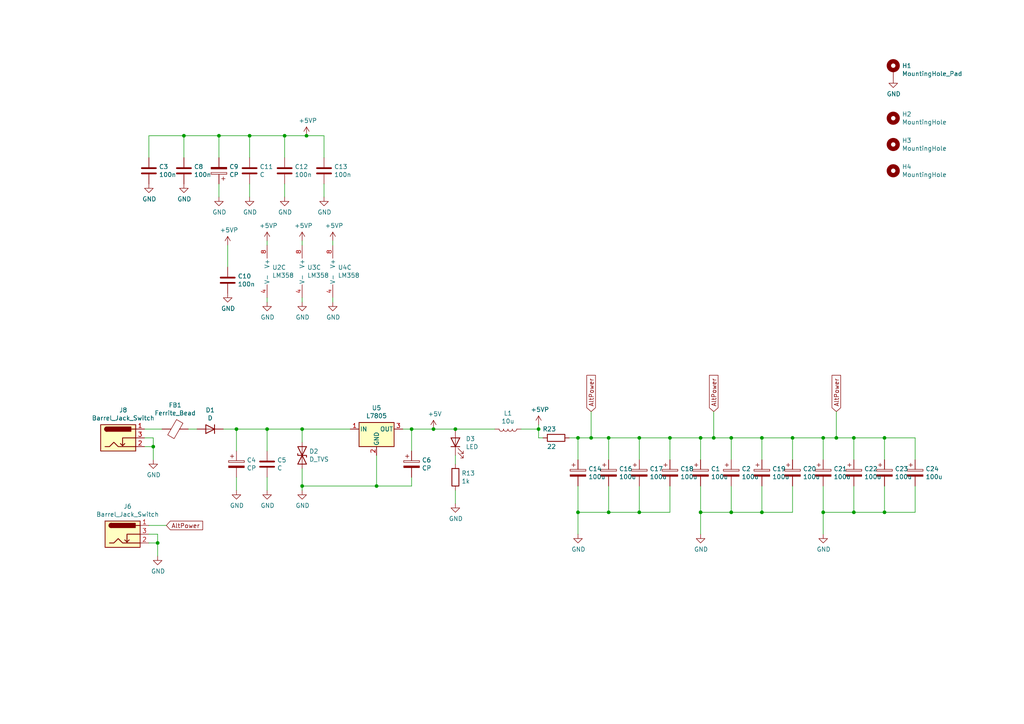
<source format=kicad_sch>
(kicad_sch (version 20211123) (generator eeschema)
  (paper "A4")
  (lib_symbols
    (symbol "Amplifier_Operational:LM358" (pin_names (offset 0.127))
      (property "Reference" "U" (at 0 5.08 0))
      (property "Value" "LM358" (at 0 -5.08 0))
      (symbol "LM358_1_1"
        (polyline (pts (xy -5.08 5.08) (xy 5.08 0) (xy -5.08 -5.08) (xy -5.08 5.08)) (stroke (width 0.254)) (fill (type background)))
        (pin output line (at 7.62 0 180) (length 2.54) (name "~") (number "1"))
        (pin input line (at -7.62 -2.54 0) (length 2.54) (name "-") (number "2"))
        (pin input line (at -7.62 2.54 0) (length 2.54) (name "+") (number "3"))
      )
      (symbol "LM358_2_1"
        (polyline (pts (xy -5.08 5.08) (xy 5.08 0) (xy -5.08 -5.08) (xy -5.08 5.08)) (stroke (width 0.254)) (fill (type background)))
        (pin input line (at -7.62 2.54 0) (length 2.54) (name "+") (number "5"))
        (pin input line (at -7.62 -2.54 0) (length 2.54) (name "-") (number "6"))
        (pin output line (at 7.62 0 180) (length 2.54) (name "~") (number "7"))
      )
      (symbol "LM358_3_1"
        (pin power_in line (at -2.54 -7.62 90) (length 3.81) (name "V-") (number "4"))
        (pin power_in line (at -2.54 7.62 270) (length 3.81) (name "V+") (number "8"))
      )
    )
    (symbol "Connector:Barrel_Jack_Switch" (pin_names hide)
      (property "Reference" "J" (at 0 5.334 0))
      (property "Value" "Barrel_Jack_Switch" (at 0 -5.08 0))
      (symbol "Barrel_Jack_Switch_0_1"
        (rectangle (start -5.08 3.81) (end 5.08 -3.81) (stroke (width 0.254)) (fill (type background)))
        (arc (start -3.302 3.175) (mid -3.937 2.54) (end -3.302 1.905) (stroke (width 0.254)))
        (arc (start -3.302 3.175) (mid -3.937 2.54) (end -3.302 1.905) (stroke (width 0.254)) (fill (type outline)))
        (polyline (pts (xy 1.27 -2.286) (xy 1.905 -1.651)) (stroke (width 0.254)))
        (polyline (pts (xy 5.08 2.54) (xy 3.81 2.54)) (stroke (width 0.254)))
        (polyline (pts (xy 5.08 0) (xy 1.27 0) (xy 1.27 -2.286) (xy 0.635 -1.651)) (stroke (width 0.254)))
        (polyline (pts (xy -3.81 -2.54) (xy -2.54 -2.54) (xy -1.27 -1.27) (xy 0 -2.54) (xy 2.54 -2.54) (xy 5.08 -2.54)) (stroke (width 0.254)))
        (rectangle (start 3.683 3.175) (end -3.302 1.905) (stroke (width 0.254)) (fill (type outline)))
      )
      (symbol "Barrel_Jack_Switch_1_1"
        (pin passive line (at 7.62 2.54 180) (length 2.54) (name "~") (number "1"))
        (pin passive line (at 7.62 -2.54 180) (length 2.54) (name "~") (number "2"))
        (pin passive line (at 7.62 0 180) (length 2.54) (name "~") (number "3"))
      )
    )
    (symbol "Device:C" (pin_numbers hide) (pin_names (offset 0.254))
      (property "Reference" "C" (at 0.635 2.54 0))
      (property "Value" "C" (at 0.635 -2.54 0))
      (symbol "C_0_1"
        (polyline (pts (xy -2.032 -0.762) (xy 2.032 -0.762)) (stroke (width 0.508)))
        (polyline (pts (xy -2.032 0.762) (xy 2.032 0.762)) (stroke (width 0.508)))
      )
      (symbol "C_1_1"
        (pin passive line (at 0 3.81 270) (length 2.794) (name "~") (number "1"))
        (pin passive line (at 0 -3.81 90) (length 2.794) (name "~") (number "2"))
      )
    )
    (symbol "Device:CP" (pin_numbers hide) (pin_names (offset 0.254))
      (property "Reference" "C" (at 0.635 2.54 0))
      (property "Value" "Device_CP" (at 0.635 -2.54 0))
      (symbol "CP_0_1"
        (rectangle (start -2.286 0.508) (end 2.286 1.016))
        (polyline (pts (xy -1.778 2.286) (xy -0.762 2.286)))
        (polyline (pts (xy -1.27 2.794) (xy -1.27 1.778)))
        (rectangle (start 2.286 -0.508) (end -2.286 -1.016) (fill (type outline)))
      )
      (symbol "CP_1_1"
        (pin passive line (at 0 3.81 270) (length 2.794) (name "~") (number "1"))
        (pin passive line (at 0 -3.81 90) (length 2.794) (name "~") (number "2"))
      )
    )
    (symbol "Device:D" (pin_numbers hide) (pin_names (offset 1.016) hide)
      (property "Reference" "D" (at 0 2.54 0))
      (property "Value" "D" (at 0 -2.54 0))
      (symbol "D_0_1"
        (polyline (pts (xy -1.27 1.27) (xy -1.27 -1.27)) (stroke (width 0.254)))
        (polyline (pts (xy 1.27 0) (xy -1.27 0)))
        (polyline (pts (xy 1.27 1.27) (xy 1.27 -1.27) (xy -1.27 0) (xy 1.27 1.27)) (stroke (width 0.254)))
      )
      (symbol "D_1_1"
        (pin passive line (at -3.81 0 0) (length 2.54) (name "K") (number "1"))
        (pin passive line (at 3.81 0 180) (length 2.54) (name "A") (number "2"))
      )
    )
    (symbol "Device:D_TVS" (pin_numbers hide) (pin_names (offset 1.016) hide)
      (property "Reference" "D" (at 0 2.54 0))
      (property "Value" "D_TVS" (at 0 -2.54 0))
      (symbol "D_TVS_0_1"
        (polyline (pts (xy 1.27 0) (xy -1.27 0)))
        (polyline (pts (xy 0.508 1.27) (xy 0 1.27) (xy 0 -1.27) (xy -0.508 -1.27)) (stroke (width 0.254)))
        (polyline (pts (xy -2.54 1.27) (xy -2.54 -1.27) (xy 2.54 1.27) (xy 2.54 -1.27) (xy -2.54 1.27)) (stroke (width 0.254)))
      )
      (symbol "D_TVS_1_1"
        (pin passive line (at -3.81 0 0) (length 2.54) (name "A1") (number "1"))
        (pin passive line (at 3.81 0 180) (length 2.54) (name "A2") (number "2"))
      )
    )
    (symbol "Device:Ferrite_Bead" (pin_numbers hide) (pin_names (offset 0))
      (property "Reference" "FB" (at -3.81 0.635 90))
      (property "Value" "Device_Ferrite_Bead" (at 3.81 0 90))
      (symbol "Ferrite_Bead_0_1"
        (polyline (pts (xy 0 -1.27) (xy 0 -1.2192)))
        (polyline (pts (xy 0 1.27) (xy 0 1.2954)))
        (polyline (pts (xy -2.7686 0.4064) (xy -1.7018 2.2606) (xy 2.7686 -0.3048) (xy 1.6764 -2.159) (xy -2.7686 0.4064)))
      )
      (symbol "Ferrite_Bead_1_1"
        (pin passive line (at 0 3.81 270) (length 2.54) (name "~") (number "1"))
        (pin passive line (at 0 -3.81 90) (length 2.54) (name "~") (number "2"))
      )
    )
    (symbol "Device:L" (pin_numbers hide) (pin_names (offset 1.016) hide)
      (property "Reference" "L" (at -1.27 0 90))
      (property "Value" "L" (at 1.905 0 90))
      (symbol "L_0_1"
        (arc (start 0 -2.54) (mid 0.635 -1.905) (end 0 -1.27))
        (arc (start 0 -1.27) (mid 0.635 -0.635) (end 0 0))
        (arc (start 0 0) (mid 0.635 0.635) (end 0 1.27))
        (arc (start 0 1.27) (mid 0.635 1.905) (end 0 2.54))
      )
      (symbol "L_1_1"
        (pin passive line (at 0 3.81 270) (length 1.27) (name "1") (number "1"))
        (pin passive line (at 0 -3.81 90) (length 1.27) (name "2") (number "2"))
      )
    )
    (symbol "Device:LED" (pin_numbers hide) (pin_names (offset 1.016) hide)
      (property "Reference" "D" (at 0 2.54 0))
      (property "Value" "LED" (at 0 -2.54 0))
      (symbol "LED_0_1"
        (polyline (pts (xy -1.27 -1.27) (xy -1.27 1.27)) (stroke (width 0.254)))
        (polyline (pts (xy -1.27 0) (xy 1.27 0)))
        (polyline (pts (xy 1.27 -1.27) (xy 1.27 1.27) (xy -1.27 0) (xy 1.27 -1.27)) (stroke (width 0.254)))
        (polyline (pts (xy -3.048 -0.762) (xy -4.572 -2.286) (xy -3.81 -2.286) (xy -4.572 -2.286) (xy -4.572 -1.524)))
        (polyline (pts (xy -1.778 -0.762) (xy -3.302 -2.286) (xy -2.54 -2.286) (xy -3.302 -2.286) (xy -3.302 -1.524)))
      )
      (symbol "LED_1_1"
        (pin passive line (at -3.81 0 0) (length 2.54) (name "K") (number "1"))
        (pin passive line (at 3.81 0 180) (length 2.54) (name "A") (number "2"))
      )
    )
    (symbol "Device:R" (pin_numbers hide) (pin_names (offset 0))
      (property "Reference" "R" (at 2.032 0 90))
      (property "Value" "R" (at 0 0 90))
      (symbol "R_0_1"
        (rectangle (start -1.016 -2.54) (end 1.016 2.54) (stroke (width 0.254)))
      )
      (symbol "R_1_1"
        (pin passive line (at 0 3.81 270) (length 1.27) (name "~") (number "1"))
        (pin passive line (at 0 -3.81 90) (length 1.27) (name "~") (number "2"))
      )
    )
    (symbol "Mechanical:MountingHole" (pin_names (offset 1.016))
      (property "Reference" "H" (at 0 5.08 0))
      (property "Value" "MountingHole" (at 0 3.175 0))
      (symbol "MountingHole_0_1"
        (circle (center 0 0) (radius 1.27) (stroke (width 1.27)))
      )
    )
    (symbol "Mechanical:MountingHole_Pad" (pin_numbers hide) (pin_names (offset 1.016) hide)
      (property "Reference" "H" (at 0 6.35 0))
      (property "Value" "MountingHole_Pad" (at 0 4.445 0))
      (symbol "MountingHole_Pad_0_1"
        (circle (center 0 1.27) (radius 1.27) (stroke (width 1.27)))
      )
      (symbol "MountingHole_Pad_1_1"
        (pin input line (at 0 -2.54 90) (length 2.54) (name "1") (number "1"))
      )
    )
    (symbol "Regulator_Linear:L7805" (pin_names (offset 0.254))
      (property "Reference" "U" (at -3.81 3.175 0))
      (property "Value" "L7805" (at 0 3.175 0))
      (symbol "L7805_0_1"
        (rectangle (start -5.08 1.905) (end 5.08 -5.08) (stroke (width 0.254)) (fill (type background)))
      )
      (symbol "L7805_1_1"
        (pin power_in line (at -7.62 0 0) (length 2.54) (name "IN") (number "1"))
        (pin power_in line (at 0 -7.62 90) (length 2.54) (name "GND") (number "2"))
        (pin power_out line (at 7.62 0 180) (length 2.54) (name "OUT") (number "3"))
      )
    )
    (symbol "power:+5V" (power) (pin_names (offset 0))
      (property "Value" "+5V" (at 0 3.556 0))
      (symbol "+5V_0_1"
        (polyline (pts (xy -0.762 1.27) (xy 0 2.54)))
        (polyline (pts (xy 0 0) (xy 0 2.54)))
        (polyline (pts (xy 0 2.54) (xy 0.762 1.27)))
      )
      (symbol "+5V_1_1"
        (pin power_in line (at 0 0 90) (length 0) hide (name "+5V") (number "1"))
      )
    )
    (symbol "power:+5VP" (power) (pin_names (offset 0))
      (property "Value" "+5VP" (at 0 3.556 0))
      (symbol "+5VP_0_1"
        (polyline (pts (xy -0.762 1.27) (xy 0 2.54)))
        (polyline (pts (xy 0 0) (xy 0 2.54)))
        (polyline (pts (xy 0 2.54) (xy 0.762 1.27)))
      )
      (symbol "+5VP_1_1"
        (pin power_in line (at 0 0 90) (length 0) hide (name "+5VP") (number "1"))
      )
    )
    (symbol "power:GND" (power) (pin_names (offset 0))
      (property "Value" "GND" (at 0 -3.81 0))
      (symbol "GND_0_1"
        (polyline (pts (xy 0 0) (xy 0 -1.27) (xy 1.27 -1.27) (xy 0 -2.54) (xy -1.27 -1.27) (xy 0 -1.27)))
      )
      (symbol "GND_1_1"
        (pin power_in line (at 0 0 270) (length 0) hide (name "GND") (number "1"))
      )
    )
  )
  (junction (at 167.64 127))
  (junction (at 194.31 127))
  (junction (at 119.38 124.46))
  (junction (at 132.08 124.46))
  (junction (at 44.45 129.54))
  (junction (at 45.72 157.48))
  (junction (at 53.34 39.37))
  (junction (at 109.22 140.97))
  (junction (at 68.58 124.46))
  (junction (at 167.64 148.59))
  (junction (at 203.2 127))
  (junction (at 87.63 124.46))
  (junction (at 176.53 127))
  (junction (at 82.55 39.37))
  (junction (at 176.53 148.59))
  (junction (at 185.42 148.59))
  (junction (at 212.09 148.59))
  (junction (at 88.9 39.37))
  (junction (at 220.98 127))
  (junction (at 256.54 127))
  (junction (at 72.39 39.37))
  (junction (at 207.01 127))
  (junction (at 203.2 148.59))
  (junction (at 212.09 127))
  (junction (at 220.98 148.59))
  (junction (at 242.57 127))
  (junction (at 77.47 124.46))
  (junction (at 256.54 148.59))
  (junction (at 87.63 140.97))
  (junction (at 238.76 127))
  (junction (at 185.42 127))
  (junction (at 247.65 148.59))
  (junction (at 229.87 127))
  (junction (at 156.21 124.46))
  (junction (at 125.73 124.46))
  (junction (at 63.5 39.37))
  (junction (at 171.45 127))
  (junction (at 247.65 127))
  (junction (at 238.76 148.59))
  (wire (pts (xy 119.38 140.97) (xy 119.38 138.43)))
  (wire (pts (xy 116.84 124.46) (xy 119.38 124.46)))
  (wire (pts (xy 87.63 69.85) (xy 87.63 71.12)))
  (wire (pts (xy 212.09 148.59) (xy 203.2 148.59)))
  (wire (pts (xy 132.08 134.62) (xy 132.08 132.08)))
  (wire (pts (xy 156.21 127) (xy 156.21 124.46)))
  (wire (pts (xy 256.54 127) (xy 265.43 127)))
  (wire (pts (xy 256.54 148.59) (xy 247.65 148.59)))
  (wire (pts (xy 229.87 140.97) (xy 229.87 148.59)))
  (wire (pts (xy 68.58 124.46) (xy 68.58 130.81)))
  (wire (pts (xy 203.2 127) (xy 203.2 133.35)))
  (wire (pts (xy 229.87 127) (xy 229.87 133.35)))
  (wire (pts (xy 185.42 148.59) (xy 194.31 148.59)))
  (wire (pts (xy 203.2 140.97) (xy 203.2 148.59)))
  (wire (pts (xy 207.01 127) (xy 212.09 127)))
  (wire (pts (xy 53.34 39.37) (xy 53.34 45.72)))
  (wire (pts (xy 45.72 157.48) (xy 45.72 161.29)))
  (wire (pts (xy 132.08 124.46) (xy 143.51 124.46)))
  (wire (pts (xy 167.64 148.59) (xy 167.64 154.94)))
  (wire (pts (xy 132.08 142.24) (xy 132.08 146.05)))
  (wire (pts (xy 82.55 57.15) (xy 82.55 53.34)))
  (wire (pts (xy 247.65 127) (xy 256.54 127)))
  (wire (pts (xy 63.5 39.37) (xy 63.5 45.72)))
  (wire (pts (xy 176.53 148.59) (xy 167.64 148.59)))
  (wire (pts (xy 203.2 148.59) (xy 203.2 154.94)))
  (wire (pts (xy 77.47 142.24) (xy 77.47 138.43)))
  (wire (pts (xy 101.6 124.46) (xy 87.63 124.46)))
  (wire (pts (xy 194.31 127) (xy 194.31 133.35)))
  (wire (pts (xy 88.9 39.37) (xy 93.98 39.37)))
  (wire (pts (xy 72.39 39.37) (xy 72.39 45.72)))
  (wire (pts (xy 63.5 39.37) (xy 72.39 39.37)))
  (wire (pts (xy 265.43 140.97) (xy 265.43 148.59)))
  (wire (pts (xy 77.47 124.46) (xy 77.47 130.81)))
  (wire (pts (xy 212.09 127) (xy 220.98 127)))
  (wire (pts (xy 207.01 119.38) (xy 207.01 127)))
  (wire (pts (xy 41.91 124.46) (xy 46.99 124.46)))
  (wire (pts (xy 207.01 127) (xy 203.2 127)))
  (wire (pts (xy 185.42 127) (xy 194.31 127)))
  (wire (pts (xy 72.39 39.37) (xy 82.55 39.37)))
  (wire (pts (xy 132.08 124.46) (xy 125.73 124.46)))
  (wire (pts (xy 220.98 148.59) (xy 229.87 148.59)))
  (wire (pts (xy 54.61 124.46) (xy 57.15 124.46)))
  (wire (pts (xy 43.18 39.37) (xy 43.18 45.72)))
  (wire (pts (xy 109.22 140.97) (xy 119.38 140.97)))
  (wire (pts (xy 93.98 57.15) (xy 93.98 53.34)))
  (wire (pts (xy 176.53 127) (xy 176.53 133.35)))
  (wire (pts (xy 41.91 129.54) (xy 44.45 129.54)))
  (wire (pts (xy 96.52 69.85) (xy 96.52 71.12)))
  (wire (pts (xy 171.45 127) (xy 176.53 127)))
  (wire (pts (xy 87.63 140.97) (xy 109.22 140.97)))
  (wire (pts (xy 82.55 45.72) (xy 82.55 39.37)))
  (wire (pts (xy 43.18 157.48) (xy 45.72 157.48)))
  (wire (pts (xy 66.04 71.12) (xy 66.04 77.47)))
  (wire (pts (xy 247.65 148.59) (xy 238.76 148.59)))
  (wire (pts (xy 43.18 154.94) (xy 45.72 154.94)))
  (wire (pts (xy 212.09 140.97) (xy 212.09 148.59)))
  (wire (pts (xy 256.54 148.59) (xy 265.43 148.59)))
  (wire (pts (xy 229.87 127) (xy 238.76 127)))
  (wire (pts (xy 242.57 127) (xy 247.65 127)))
  (wire (pts (xy 176.53 127) (xy 185.42 127)))
  (wire (pts (xy 44.45 127) (xy 44.45 129.54)))
  (wire (pts (xy 176.53 140.97) (xy 176.53 148.59)))
  (wire (pts (xy 194.31 140.97) (xy 194.31 148.59)))
  (wire (pts (xy 53.34 39.37) (xy 43.18 39.37)))
  (wire (pts (xy 68.58 124.46) (xy 77.47 124.46)))
  (wire (pts (xy 171.45 119.38) (xy 171.45 127)))
  (wire (pts (xy 194.31 127) (xy 203.2 127)))
  (wire (pts (xy 242.57 119.38) (xy 242.57 127)))
  (wire (pts (xy 157.48 127) (xy 156.21 127)))
  (wire (pts (xy 242.57 127) (xy 238.76 127)))
  (wire (pts (xy 171.45 127) (xy 167.64 127)))
  (wire (pts (xy 238.76 148.59) (xy 238.76 154.94)))
  (wire (pts (xy 247.65 127) (xy 247.65 133.35)))
  (wire (pts (xy 109.22 140.97) (xy 109.22 132.08)))
  (wire (pts (xy 63.5 57.15) (xy 63.5 53.34)))
  (wire (pts (xy 125.73 124.46) (xy 119.38 124.46)))
  (wire (pts (xy 156.21 124.46) (xy 156.21 123.19)))
  (wire (pts (xy 72.39 57.15) (xy 72.39 53.34)))
  (wire (pts (xy 238.76 140.97) (xy 238.76 148.59)))
  (wire (pts (xy 77.47 124.46) (xy 87.63 124.46)))
  (wire (pts (xy 119.38 124.46) (xy 119.38 130.81)))
  (wire (pts (xy 93.98 39.37) (xy 93.98 45.72)))
  (wire (pts (xy 44.45 129.54) (xy 44.45 133.35)))
  (wire (pts (xy 265.43 127) (xy 265.43 133.35)))
  (wire (pts (xy 82.55 39.37) (xy 88.9 39.37)))
  (wire (pts (xy 77.47 86.36) (xy 77.47 87.63)))
  (wire (pts (xy 238.76 127) (xy 238.76 133.35)))
  (wire (pts (xy 167.64 140.97) (xy 167.64 148.59)))
  (wire (pts (xy 256.54 127) (xy 256.54 133.35)))
  (wire (pts (xy 87.63 140.97) (xy 87.63 135.89)))
  (wire (pts (xy 220.98 148.59) (xy 212.09 148.59)))
  (wire (pts (xy 165.1 127) (xy 167.64 127)))
  (wire (pts (xy 87.63 124.46) (xy 87.63 128.27)))
  (wire (pts (xy 77.47 69.85) (xy 77.47 71.12)))
  (wire (pts (xy 247.65 140.97) (xy 247.65 148.59)))
  (wire (pts (xy 220.98 140.97) (xy 220.98 148.59)))
  (wire (pts (xy 167.64 127) (xy 167.64 133.35)))
  (wire (pts (xy 87.63 86.36) (xy 87.63 87.63)))
  (wire (pts (xy 43.18 152.4) (xy 48.26 152.4)))
  (wire (pts (xy 185.42 140.97) (xy 185.42 148.59)))
  (wire (pts (xy 41.91 127) (xy 44.45 127)))
  (wire (pts (xy 68.58 142.24) (xy 68.58 138.43)))
  (wire (pts (xy 96.52 86.36) (xy 96.52 87.63)))
  (wire (pts (xy 185.42 127) (xy 185.42 133.35)))
  (wire (pts (xy 185.42 148.59) (xy 176.53 148.59)))
  (wire (pts (xy 87.63 142.24) (xy 87.63 140.97)))
  (wire (pts (xy 151.13 124.46) (xy 156.21 124.46)))
  (wire (pts (xy 64.77 124.46) (xy 68.58 124.46)))
  (wire (pts (xy 220.98 127) (xy 220.98 133.35)))
  (wire (pts (xy 220.98 127) (xy 229.87 127)))
  (wire (pts (xy 45.72 154.94) (xy 45.72 157.48)))
  (wire (pts (xy 212.09 127) (xy 212.09 133.35)))
  (wire (pts (xy 63.5 39.37) (xy 53.34 39.37)))
  (wire (pts (xy 256.54 140.97) (xy 256.54 148.59)))
  (global_label "AltPower" (shape input) (at 171.45 119.38 90) (property "Intersheet References" "${INTERSHEET_REFS}" (effects hide)))
  (global_label "AltPower" (shape input) (at 48.26 152.4 0) (property "Intersheet References" "${INTERSHEET_REFS}" (effects hide)))
  (global_label "AltPower" (shape input) (at 207.01 119.38 90) (property "Intersheet References" "${INTERSHEET_REFS}" (effects hide)))
  (global_label "AltPower" (shape input) (at 242.57 119.38 90) (property "Intersheet References" "${INTERSHEET_REFS}" (effects hide)))
  (symbol (lib_id "Device:C") (at 72.39 49.53 0) (unit 1)
    (property "Reference" "C11" (at 75.311 48.3616 0) (effects (justify left)))
    (property "Value" "C" (at 75.311 50.673 0) (effects (justify left)))
    (property "Footprint" "Capacitor_SMD:C_0805_2012Metric" (effects hide))
  )
  (symbol (lib_id "Device:CP") (at 63.5 49.53 180) (unit 1)
    (property "Reference" "C9" (at 66.4972 48.3616 0) (effects (justify right)))
    (property "Value" "CP" (at 66.4972 50.673 0) (effects (justify right)))
    (property "Footprint" "Capacitor_THT:CP_Radial_D8.0mm_P5.00mm" (effects hide))
  )
  (symbol (lib_id "power:GND") (at 63.5 57.15 0) (unit 1)
    (property "Reference" "#PWR0107" (effects hide))
    (property "Value" "GND" (at 63.627 61.5442 0))
  )
  (symbol (lib_id "power:GND") (at 72.39 57.15 0) (unit 1)
    (property "Reference" "#PWR0115" (effects hide))
    (property "Value" "GND" (at 72.517 61.5442 0))
  )
  (symbol (lib_id "power:+5VP") (at 88.9 39.37 0) (unit 1)
    (property "Reference" "#PWR0116" (effects hide))
    (property "Value" "+5VP" (at 89.281 34.9758 0))
  )
  (symbol (lib_id "Device:C") (at 93.98 49.53 0) (unit 1)
    (property "Reference" "C13" (at 96.901 48.3616 0) (effects (justify left)))
    (property "Value" "100n" (at 96.901 50.673 0) (effects (justify left)))
    (property "Footprint" "Capacitor_SMD:C_0805_2012Metric" (effects hide))
  )
  (symbol (lib_id "power:GND") (at 93.98 57.15 0) (unit 1)
    (property "Reference" "#PWR0117" (effects hide))
    (property "Value" "GND" (at 94.107 61.5442 0))
  )
  (symbol (lib_id "Device:C") (at 82.55 49.53 0) (unit 1)
    (property "Reference" "C12" (at 85.471 48.3616 0) (effects (justify left)))
    (property "Value" "100n" (at 85.471 50.673 0) (effects (justify left)))
    (property "Footprint" "Capacitor_SMD:C_0805_2012Metric" (effects hide))
  )
  (symbol (lib_id "power:GND") (at 82.55 57.15 0) (unit 1)
    (property "Reference" "#PWR0118" (effects hide))
    (property "Value" "GND" (at 82.677 61.5442 0))
  )
  (symbol (lib_id "Amplifier_Operational:LM358") (at 80.01 78.74 0) (unit 3)
    (property "Reference" "U2" (at 78.9432 77.5716 0) (effects (justify left)))
    (property "Value" "LM358" (at 78.9432 79.883 0) (effects (justify left)))
    (property "Footprint" "Package_SO:SO-8_3.9x4.9mm_P1.27mm" (effects hide))
    (property "Datasheet" "http://www.ti.com/lit/ds/symlink/lm2904-n.pdf" (effects hide))
  )
  (symbol (lib_id "power:+5VP") (at 77.47 69.85 0) (unit 1)
    (property "Reference" "#PWR0124" (effects hide))
    (property "Value" "+5VP" (at 77.851 65.4558 0))
  )
  (symbol (lib_id "Device:C") (at 53.34 49.53 0) (unit 1)
    (property "Reference" "C8" (at 56.261 48.3616 0) (effects (justify left)))
    (property "Value" "100n" (at 56.261 50.673 0) (effects (justify left)))
    (property "Footprint" "Capacitor_SMD:C_0805_2012Metric" (effects hide))
  )
  (symbol (lib_id "power:GND") (at 53.34 53.34 0) (unit 1)
    (property "Reference" "#PWR0129" (effects hide))
    (property "Value" "GND" (at 53.467 57.7342 0))
  )
  (symbol (lib_id "Amplifier_Operational:LM358") (at 99.06 78.74 0) (unit 3)
    (property "Reference" "U4" (at 97.9932 77.5716 0) (effects (justify left)))
    (property "Value" "LM358" (at 97.9932 79.883 0) (effects (justify left)))
    (property "Footprint" "Package_SO:SO-8_3.9x4.9mm_P1.27mm" (effects hide))
    (property "Datasheet" "http://www.ti.com/lit/ds/symlink/lm2904-n.pdf" (effects hide))
  )
  (symbol (lib_id "power:+5VP") (at 96.52 69.85 0) (unit 1)
    (property "Reference" "#PWR0133" (effects hide))
    (property "Value" "+5VP" (at 96.901 65.4558 0))
  )
  (symbol (lib_id "Device:C") (at 43.18 49.53 0) (unit 1)
    (property "Reference" "C3" (at 46.101 48.3616 0) (effects (justify left)))
    (property "Value" "100n" (at 46.101 50.673 0) (effects (justify left)))
    (property "Footprint" "Capacitor_SMD:C_0805_2012Metric" (effects hide))
  )
  (symbol (lib_id "power:GND") (at 43.18 53.34 0) (unit 1)
    (property "Reference" "#PWR0134" (effects hide))
    (property "Value" "GND" (at 43.307 57.7342 0))
  )
  (symbol (lib_id "Amplifier_Operational:LM358") (at 90.17 78.74 0) (unit 3)
    (property "Reference" "U3" (at 89.1032 77.5716 0) (effects (justify left)))
    (property "Value" "LM358" (at 89.1032 79.883 0) (effects (justify left)))
    (property "Footprint" "Package_SO:SO-8_3.9x4.9mm_P1.27mm" (effects hide))
    (property "Datasheet" "http://www.ti.com/lit/ds/symlink/lm2904-n.pdf" (effects hide))
  )
  (symbol (lib_id "power:+5VP") (at 87.63 69.85 0) (unit 1)
    (property "Reference" "#PWR0135" (effects hide))
    (property "Value" "+5VP" (at 88.011 65.4558 0))
  )
  (symbol (lib_id "Device:C") (at 66.04 81.28 0) (unit 1)
    (property "Reference" "C10" (at 68.961 80.1116 0) (effects (justify left)))
    (property "Value" "100n" (at 68.961 82.423 0) (effects (justify left)))
    (property "Footprint" "Capacitor_SMD:C_0805_2012Metric" (effects hide))
  )
  (symbol (lib_id "power:GND") (at 66.04 85.09 0) (unit 1)
    (property "Reference" "#PWR0136" (effects hide))
    (property "Value" "GND" (at 66.167 89.4842 0))
  )
  (symbol (lib_id "power:GND") (at 87.63 87.63 0) (unit 1)
    (property "Reference" "#PWR0139" (effects hide))
    (property "Value" "GND" (at 87.757 92.0242 0))
  )
  (symbol (lib_id "power:GND") (at 96.52 87.63 0) (unit 1)
    (property "Reference" "#PWR0140" (effects hide))
    (property "Value" "GND" (at 96.647 92.0242 0))
  )
  (symbol (lib_id "power:GND") (at 77.47 87.63 0) (unit 1)
    (property "Reference" "#PWR0142" (effects hide))
    (property "Value" "GND" (at 77.597 92.0242 0))
  )
  (symbol (lib_id "power:+5VP") (at 66.04 71.12 0) (unit 1)
    (property "Reference" "#PWR0143" (effects hide))
    (property "Value" "+5VP" (at 66.421 66.7258 0))
  )
  (symbol (lib_id "Connector:Barrel_Jack_Switch") (at 34.29 127 0) (unit 1)
    (property "Reference" "J8" (at 35.7378 118.9482 0))
    (property "Value" "Barrel_Jack_Switch" (at 35.7378 121.2596 0))
    (property "Footprint" "Connector_BarrelJack:BarrelJack_Horizontal" (effects hide))
  )
  (symbol (lib_id "Device:Ferrite_Bead") (at 50.8 124.46 270) (unit 1)
    (property "Reference" "FB1" (at 50.8 117.5004 90))
    (property "Value" "Ferrite_Bead" (at 50.8 119.8118 90))
    (property "Footprint" "Resistor_SMD:R_0805_2012Metric" (effects hide))
  )
  (symbol (lib_id "power:GND") (at 44.45 133.35 0) (unit 1)
    (property "Reference" "#PWR0144" (effects hide))
    (property "Value" "GND" (at 44.577 137.7442 0))
  )
  (symbol (lib_id "Device:C") (at 77.47 134.62 0) (unit 1)
    (property "Reference" "C5" (at 80.391 133.4516 0) (effects (justify left)))
    (property "Value" "C" (at 80.391 135.763 0) (effects (justify left)))
    (property "Footprint" "Capacitor_SMD:C_0805_2012Metric" (effects hide))
  )
  (symbol (lib_id "Device:CP") (at 68.58 134.62 0) (unit 1)
    (property "Reference" "C4" (at 71.5772 133.4516 0) (effects (justify left)))
    (property "Value" "CP" (at 71.5772 135.763 0) (effects (justify left)))
    (property "Footprint" "Capacitor_THT:CP_Radial_D5.0mm_P2.50mm" (effects hide))
  )
  (symbol (lib_id "Device:D") (at 60.96 124.46 180) (unit 1)
    (property "Reference" "D1" (at 60.96 118.9482 0))
    (property "Value" "D" (at 60.96 121.2596 0))
    (property "Footprint" "Diode_SMD:D_SMA" (effects hide))
  )
  (symbol (lib_id "Device:D_TVS") (at 87.63 132.08 270) (unit 1)
    (property "Reference" "D2" (at 89.662 130.9116 90) (effects (justify left)))
    (property "Value" "D_TVS" (at 89.662 133.223 90) (effects (justify left)))
    (property "Footprint" "Diode_SMD:D_SMA" (effects hide))
  )
  (symbol (lib_id "power:GND") (at 68.58 142.24 0) (unit 1)
    (property "Reference" "#PWR0145" (effects hide))
    (property "Value" "GND" (at 68.707 146.6342 0))
  )
  (symbol (lib_id "power:GND") (at 77.47 142.24 0) (unit 1)
    (property "Reference" "#PWR0146" (effects hide))
    (property "Value" "GND" (at 77.597 146.6342 0))
  )
  (symbol (lib_id "power:GND") (at 87.63 142.24 0) (unit 1)
    (property "Reference" "#PWR0147" (effects hide))
    (property "Value" "GND" (at 87.757 146.6342 0))
  )
  (symbol (lib_id "Regulator_Linear:L7805") (at 109.22 124.46 0) (unit 1)
    (property "Reference" "U5" (at 109.22 118.3132 0))
    (property "Value" "L7805" (at 109.22 120.6246 0))
    (property "Footprint" "Package_TO_SOT_THT:TO-220-3_Vertical" (effects hide))
    (property "Datasheet" "http://www.st.com/content/ccc/resource/technical/document/datasheet/41/4f/b3/b0/12/d4/47/88/CD00000444.pdf/files/CD00000444.pdf/jcr:content/translations/en.CD00000444.pdf" (effects hide))
  )
  (symbol (lib_id "Device:CP") (at 119.38 134.62 0) (unit 1)
    (property "Reference" "C6" (at 122.3772 133.4516 0) (effects (justify left)))
    (property "Value" "CP" (at 122.3772 135.763 0) (effects (justify left)))
    (property "Footprint" "Capacitor_THT:CP_Radial_D5.0mm_P2.50mm" (effects hide))
  )
  (symbol (lib_id "Device:LED") (at 132.08 128.27 90) (unit 1)
    (property "Reference" "D3" (at 135.0772 127.2794 90) (effects (justify right)))
    (property "Value" "LED" (at 135.0772 129.5908 90) (effects (justify right)))
    (property "Footprint" "LED_SMD:LED_1206_3216Metric" (effects hide))
  )
  (symbol (lib_id "Device:R") (at 132.08 138.43 0) (unit 1)
    (property "Reference" "R13" (at 133.858 137.2616 0) (effects (justify left)))
    (property "Value" "1k" (at 133.858 139.573 0) (effects (justify left)))
    (property "Footprint" "Resistor_SMD:R_1206_3216Metric" (effects hide))
  )
  (symbol (lib_id "power:GND") (at 132.08 146.05 0) (unit 1)
    (property "Reference" "#PWR0150" (effects hide))
    (property "Value" "GND" (at 132.207 150.4442 0))
  )
  (symbol (lib_id "power:+5V") (at 125.73 124.46 0) (unit 1)
    (property "Reference" "#PWR0152" (effects hide))
    (property "Value" "+5V" (at 126.111 120.0658 0))
  )
  (symbol (lib_id "power:+5VP") (at 156.21 123.19 0) (unit 1)
    (property "Reference" "#PWR0153" (effects hide))
    (property "Value" "+5VP" (at 156.591 118.7958 0))
  )
  (symbol (lib_id "Device:L") (at 147.32 124.46 270) (unit 1)
    (property "Reference" "L1" (at 147.32 119.8626 90))
    (property "Value" "10u" (at 147.32 122.174 90))
    (property "Footprint" "Inductor_SMD:L_Taiyo-Yuden_NR-60xx_HandSoldering" (effects hide))
  )
  (symbol (lib_id "Connector:Barrel_Jack_Switch") (at 35.56 154.94 0) (unit 1)
    (property "Reference" "J6" (at 37.0078 146.8882 0))
    (property "Value" "Barrel_Jack_Switch" (at 37.0078 149.1996 0))
    (property "Footprint" "Connector_BarrelJack:BarrelJack_Horizontal" (effects hide))
  )
  (symbol (lib_id "power:GND") (at 45.72 161.29 0) (unit 1)
    (property "Reference" "#PWR0154" (effects hide))
    (property "Value" "GND" (at 45.847 165.6842 0))
  )
  (symbol (lib_id "Device:CP") (at 265.43 137.16 0) (unit 1)
    (property "Reference" "C24" (at 268.4272 135.9916 0) (effects (justify left)))
    (property "Value" "100u" (at 268.4272 138.303 0) (effects (justify left)))
    (property "Footprint" "Capacitor_THT:CP_Radial_D8.0mm_P5.00mm" (effects hide))
  )
  (symbol (lib_id "power:GND") (at 167.64 154.94 0) (unit 1)
    (property "Reference" "#PWR0161" (effects hide))
    (property "Value" "GND" (at 167.767 159.3342 0))
  )
  (symbol (lib_id "Device:CP") (at 220.98 137.16 0) (unit 1)
    (property "Reference" "C19" (at 223.9772 135.9916 0) (effects (justify left)))
    (property "Value" "100u" (at 223.9772 138.303 0) (effects (justify left)))
    (property "Footprint" "Capacitor_THT:CP_Radial_D8.0mm_P5.00mm" (effects hide))
  )
  (symbol (lib_id "Device:CP") (at 229.87 137.16 0) (unit 1)
    (property "Reference" "C20" (at 232.8672 135.9916 0) (effects (justify left)))
    (property "Value" "100u" (at 232.8672 138.303 0) (effects (justify left)))
    (property "Footprint" "Capacitor_THT:CP_Radial_D8.0mm_P5.00mm" (effects hide))
  )
  (symbol (lib_id "power:GND") (at 238.76 154.94 0) (unit 1)
    (property "Reference" "#PWR0101" (effects hide))
    (property "Value" "GND" (at 238.887 159.3342 0))
  )
  (symbol (lib_id "Device:CP") (at 256.54 137.16 0) (unit 1)
    (property "Reference" "C23" (at 259.5372 135.9916 0) (effects (justify left)))
    (property "Value" "100u" (at 259.5372 138.303 0) (effects (justify left)))
    (property "Footprint" "Capacitor_THT:CP_Radial_D8.0mm_P5.00mm" (effects hide))
  )
  (symbol (lib_id "Device:CP") (at 212.09 137.16 0) (unit 1)
    (property "Reference" "C2" (at 215.0872 135.9916 0) (effects (justify left)))
    (property "Value" "100u" (at 215.0872 138.303 0) (effects (justify left)))
    (property "Footprint" "Capacitor_THT:CP_Radial_D8.0mm_P5.00mm" (effects hide))
  )
  (symbol (lib_id "Mechanical:MountingHole") (at 259.08 34.29 0) (unit 1)
    (property "Reference" "H2" (at 261.62 33.1216 0) (effects (justify left)))
    (property "Value" "MountingHole" (at 261.62 35.433 0) (effects (justify left)))
    (property "Footprint" "MountingHole:MountingHole_4mm" (effects hide))
  )
  (symbol (lib_id "Device:CP") (at 176.53 137.16 0) (unit 1)
    (property "Reference" "C16" (at 179.5272 135.9916 0) (effects (justify left)))
    (property "Value" "100u" (at 179.5272 138.303 0) (effects (justify left)))
    (property "Footprint" "Capacitor_THT:CP_Radial_D8.0mm_P5.00mm" (effects hide))
  )
  (symbol (lib_id "power:GND") (at 259.08 22.86 0) (unit 1)
    (property "Reference" "#PWR0166" (effects hide))
    (property "Value" "GND" (at 259.207 27.2542 0))
  )
  (symbol (lib_id "Mechanical:MountingHole") (at 259.08 49.53 0) (unit 1)
    (property "Reference" "H4" (at 261.62 48.3616 0) (effects (justify left)))
    (property "Value" "MountingHole" (at 261.62 50.673 0) (effects (justify left)))
    (property "Footprint" "MountingHole:MountingHole_4mm" (effects hide))
  )
  (symbol (lib_id "power:GND") (at 203.2 154.94 0) (unit 1)
    (property "Reference" "#PWR0102" (effects hide))
    (property "Value" "GND" (at 203.327 159.3342 0))
  )
  (symbol (lib_id "Device:CP") (at 238.76 137.16 0) (unit 1)
    (property "Reference" "C21" (at 241.7572 135.9916 0) (effects (justify left)))
    (property "Value" "100u" (at 241.7572 138.303 0) (effects (justify left)))
    (property "Footprint" "Capacitor_THT:CP_Radial_D8.0mm_P5.00mm" (effects hide))
  )
  (symbol (lib_id "Device:CP") (at 167.64 137.16 0) (unit 1)
    (property "Reference" "C14" (at 170.6372 135.9916 0) (effects (justify left)))
    (property "Value" "100u" (at 170.6372 138.303 0) (effects (justify left)))
    (property "Footprint" "Capacitor_THT:CP_Radial_D8.0mm_P5.00mm" (effects hide))
  )
  (symbol (lib_id "Mechanical:MountingHole_Pad") (at 259.08 20.32 0) (unit 1)
    (property "Reference" "H1" (at 261.62 19.0754 0) (effects (justify left)))
    (property "Value" "MountingHole_Pad" (at 261.62 21.3868 0) (effects (justify left)))
    (property "Footprint" "MountingHole:MountingHole_4.3mm_M4_Pad" (effects hide))
  )
  (symbol (lib_id "Device:CP") (at 185.42 137.16 0) (unit 1)
    (property "Reference" "C17" (at 188.4172 135.9916 0) (effects (justify left)))
    (property "Value" "100u" (at 188.4172 138.303 0) (effects (justify left)))
    (property "Footprint" "Capacitor_THT:CP_Radial_D8.0mm_P5.00mm" (effects hide))
  )
  (symbol (lib_id "Device:CP") (at 247.65 137.16 0) (unit 1)
    (property "Reference" "C22" (at 250.6472 135.9916 0) (effects (justify left)))
    (property "Value" "100u" (at 250.6472 138.303 0) (effects (justify left)))
    (property "Footprint" "Capacitor_THT:CP_Radial_D8.0mm_P5.00mm" (effects hide))
  )
  (symbol (lib_id "Device:CP") (at 194.31 137.16 0) (unit 1)
    (property "Reference" "C18" (at 197.3072 135.9916 0) (effects (justify left)))
    (property "Value" "100u" (at 197.3072 138.303 0) (effects (justify left)))
    (property "Footprint" "Capacitor_THT:CP_Radial_D8.0mm_P5.00mm" (effects hide))
  )
  (symbol (lib_id "Device:R") (at 161.29 127 90) (unit 1)
    (property "Reference" "R23" (at 161.29 124.46 90) (effects (justify left)))
    (property "Value" "22" (at 161.29 129.54 90) (effects (justify left)))
    (property "Footprint" "Resistor_SMD:R_1206_3216Metric" (effects hide))
  )
  (symbol (lib_id "Mechanical:MountingHole") (at 259.08 41.91 0) (unit 1)
    (property "Reference" "H3" (at 261.62 40.7416 0) (effects (justify left)))
    (property "Value" "MountingHole" (at 261.62 43.053 0) (effects (justify left)))
    (property "Footprint" "MountingHole:MountingHole_4mm" (effects hide))
  )
  (symbol (lib_id "Device:CP") (at 203.2 137.16 0) (unit 1)
    (property "Reference" "C1" (at 206.1972 135.9916 0) (effects (justify left)))
    (property "Value" "100u" (at 206.1972 138.303 0) (effects (justify left)))
    (property "Footprint" "Capacitor_THT:CP_Radial_D8.0mm_P5.00mm" (effects hide))
  )
)
</source>
